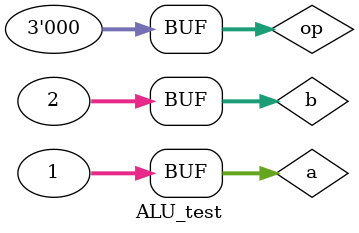
<source format=v>
`timescale 1ns / 1ps


module ALU_test();
	reg [31:0] a, b;
	reg [2:0] op;
	wire zero;
	wire [31:0] Result;
	
	ALU myALU(a, b, op, zero, Result);
	
	initial
	begin
		a = 32'h1;
		b = 32'h2;
		op = 3'b000;
	end
endmodule

</source>
